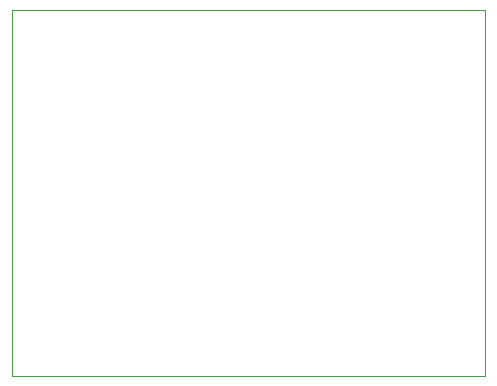
<source format=gbr>
G04 #@! TF.GenerationSoftware,KiCad,Pcbnew,(5.1.5)-3*
G04 #@! TF.CreationDate,2021-01-08T03:31:11-05:00*
G04 #@! TF.ProjectId,EPC611 LIDAR,45504336-3131-4204-9c49-4441522e6b69,rev?*
G04 #@! TF.SameCoordinates,Original*
G04 #@! TF.FileFunction,Profile,NP*
%FSLAX46Y46*%
G04 Gerber Fmt 4.6, Leading zero omitted, Abs format (unit mm)*
G04 Created by KiCad (PCBNEW (5.1.5)-3) date 2021-01-08 03:31:11*
%MOMM*%
%LPD*%
G04 APERTURE LIST*
%ADD10C,0.100000*%
G04 APERTURE END LIST*
D10*
X99000000Y-92000000D02*
X99000000Y-123000000D01*
X139000000Y-92000000D02*
X99000000Y-92000000D01*
X139000000Y-123000000D02*
X139000000Y-92000000D01*
X99000000Y-123000000D02*
X139000000Y-123000000D01*
M02*

</source>
